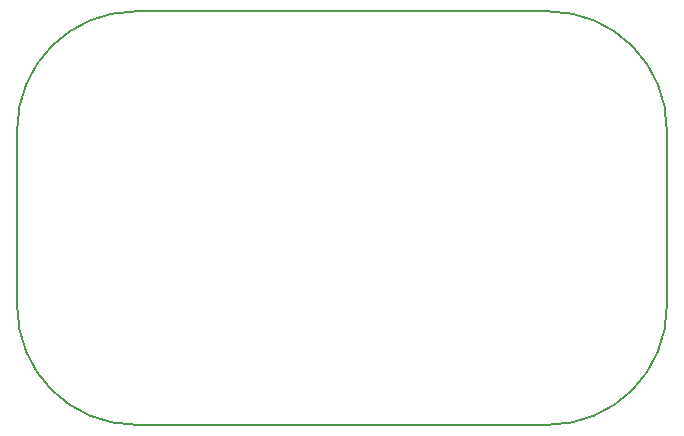
<source format=gbr>
%TF.GenerationSoftware,KiCad,Pcbnew,6.0.11-2627ca5db0~126~ubuntu22.04.1*%
%TF.CreationDate,2023-02-25T15:14:04-05:00*%
%TF.ProjectId,canbus-thermistor,63616e62-7573-42d7-9468-65726d697374,1.0*%
%TF.SameCoordinates,Original*%
%TF.FileFunction,Profile,NP*%
%FSLAX46Y46*%
G04 Gerber Fmt 4.6, Leading zero omitted, Abs format (unit mm)*
G04 Created by KiCad (PCBNEW 6.0.11-2627ca5db0~126~ubuntu22.04.1) date 2023-02-25 15:14:04*
%MOMM*%
%LPD*%
G01*
G04 APERTURE LIST*
%TA.AperFunction,Profile*%
%ADD10C,0.150000*%
%TD*%
G04 APERTURE END LIST*
D10*
%TO.C,BOARD*%
X64991268Y-103617468D02*
X99991268Y-103617468D01*
X109991268Y-78617468D02*
X109991268Y-93617468D01*
X54991268Y-78617468D02*
X54991268Y-93617468D01*
X64991268Y-68617468D02*
X99991268Y-68617468D01*
X64991268Y-68617468D02*
G75*
G03*
X54991268Y-78617468I-1J-9999999D01*
G01*
X109991262Y-78617468D02*
G75*
G03*
X99991268Y-68617468I-9999992J8D01*
G01*
X54991272Y-93617468D02*
G75*
G03*
X64991268Y-103617468I9999998J-2D01*
G01*
X99991268Y-103617468D02*
G75*
G03*
X109991268Y-93617468I2J9999998D01*
G01*
%TD*%
M02*

</source>
